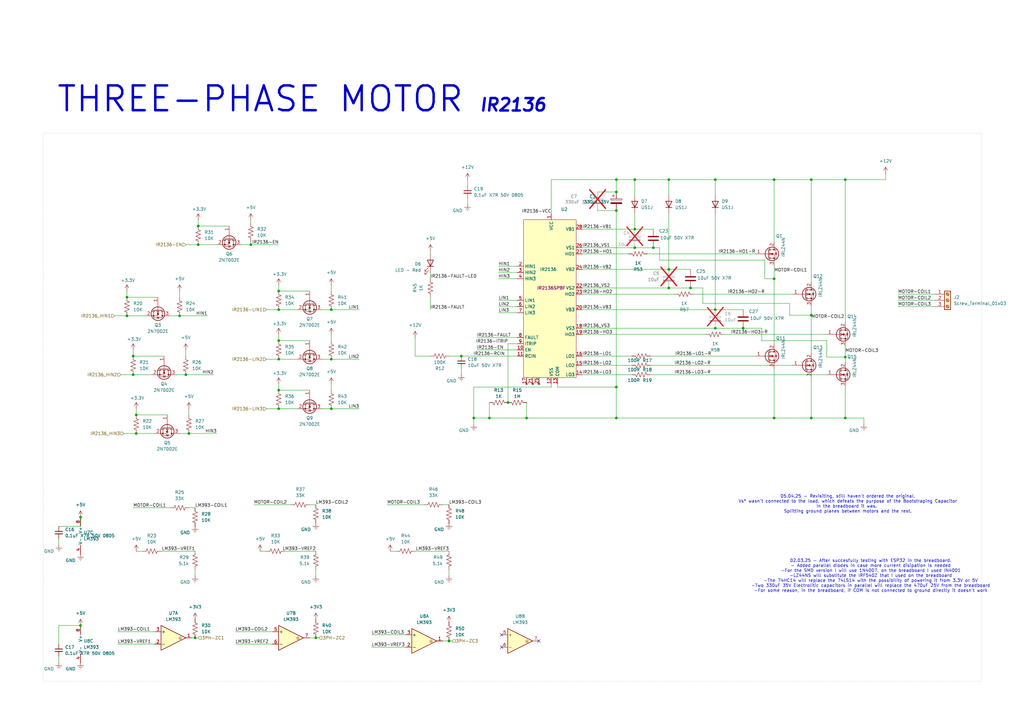
<source format=kicad_sch>
(kicad_sch (version 20231120) (generator "eeschema") (generator_version "8.0")
  (paper "A3")
  (junction (at 252.7993 73.66))
  (junction (at 33.02 212.09))
  (junction (at 52.07 129.54))
  (junction (at 102.87 100.33))
  (junction (at 332.74 171.45))
  (junction (at 346.71 146.4438))
  (junction (at 114.3 167.64))
  (junction (at 208.3493 165.1))
  (junction (at 267.97 101.6))
  (junction (at 293.37 73.66))
  (junction (at 317.5 73.66))
  (junction (at 80.01 261.62))
  (junction (at 260.35 93.98))
  (junction (at 283.21 118.11))
  (junction (at 252.7993 171.45))
  (junction (at 346.71 73.66))
  (junction (at 52.07 121.92))
  (junction (at 77.47 177.8))
  (junction (at 114.3 139.7))
  (junction (at 260.35 73.66))
  (junction (at 135.89 127))
  (junction (at 304.8 134.62))
  (junction (at 114.3 160.02))
  (junction (at 73.66 129.54))
  (junction (at 114.3 119.38))
  (junction (at 81.28 92.71))
  (junction (at 252.7993 158.75))
  (junction (at 274.32 73.66))
  (junction (at 189.23 146.05))
  (junction (at 274.32 118.11))
  (junction (at 33.02 256.54))
  (junction (at 317.5 114.3257))
  (junction (at 55.88 177.8))
  (junction (at 129.54 261.62))
  (junction (at 252.7993 78.74))
  (junction (at 346.71 171.45))
  (junction (at 54.61 146.05))
  (junction (at 215.9693 171.45))
  (junction (at 332.74 129.2569))
  (junction (at 54.61 153.67))
  (junction (at 252.7993 86.36))
  (junction (at 76.2 153.67))
  (junction (at 194.31 171.45))
  (junction (at 293.37 134.62))
  (junction (at 55.88 170.18))
  (junction (at 81.28 100.33))
  (junction (at 293.37 127))
  (junction (at 332.74 73.66))
  (junction (at 274.32 110.49))
  (junction (at 114.3 147.32))
  (junction (at 200.7293 171.45))
  (junction (at 114.3 127))
  (junction (at 184.15 262.89))
  (junction (at 260.35 101.6))
  (junction (at 317.5 171.45))
  (junction (at 135.89 147.32))
  (junction (at 135.89 167.64))
  (no_connect (at 205.74 260.35))
  (no_connect (at 205.74 265.43))
  (no_connect (at 220.98 262.89))
  (wire (pts (xy 293.37 127) (xy 304.8 127)))
  (wire (pts (xy 114.3 147.32) (xy 121.92 147.32)))
  (wire (pts (xy 252.7993 78.74) (xy 252.7993 73.66)))
  (wire (pts (xy 238.8293 127) (xy 293.37 127)))
  (wire (pts (xy 81.28 92.71) (xy 93.98 92.71)))
  (wire (pts (xy 76.2 153.67) (xy 87.63 153.67)))
  (wire (pts (xy 102.87 90.17) (xy 102.87 91.44)))
  (wire (pts (xy 297.18 137.16) (xy 339.09 137.16)))
  (wire (pts (xy 181.61 207.01) (xy 184.15 207.01)))
  (wire (pts (xy 170.2493 138.43) (xy 170.2493 146.05)))
  (wire (pts (xy 132.08 127) (xy 135.89 127)))
  (wire (pts (xy 346.71 73.66) (xy 363.22 73.66)))
  (wire (pts (xy 238.8293 104.14) (xy 257.8793 104.14)))
  (wire (pts (xy 252.7993 86.36) (xy 252.7993 158.75)))
  (wire (pts (xy 109.22 127) (xy 114.3 127)))
  (wire (pts (xy 266.7693 153.67) (xy 339.09 153.67)))
  (wire (pts (xy 50.8 177.8) (xy 55.88 177.8)))
  (wire (pts (xy 204.47 114.3) (xy 212.1593 114.3)))
  (wire (pts (xy 238.8293 134.62) (xy 293.37 134.62)))
  (wire (pts (xy 238.8293 101.6) (xy 260.35 101.6)))
  (wire (pts (xy 339.09 139.7) (xy 339.09 146.4438)))
  (wire (pts (xy 135.89 157.48) (xy 135.89 160.02)))
  (wire (pts (xy 114.3 157.48) (xy 114.3 160.02)))
  (wire (pts (xy 194.31 171.45) (xy 200.7293 171.45)))
  (wire (pts (xy 73.66 129.54) (xy 85.09 129.54)))
  (wire (pts (xy 109.22 167.64) (xy 114.3 167.64)))
  (wire (pts (xy 24.13 220.98) (xy 24.13 223.52)))
  (wire (pts (xy 129.54 233.68) (xy 129.54 236.22)))
  (wire (pts (xy 104.14 207.01) (xy 119.38 207.01)))
  (wire (pts (xy 73.66 177.8) (xy 77.47 177.8)))
  (wire (pts (xy 323.85 129.2569) (xy 332.74 129.2569)))
  (wire (pts (xy 252.7993 158.75) (xy 252.7993 171.45)))
  (wire (pts (xy 208.3493 140.97) (xy 212.1593 140.97)))
  (wire (pts (xy 354.33 171.45) (xy 354.33 173.99)))
  (wire (pts (xy 69.85 129.54) (xy 73.66 129.54)))
  (wire (pts (xy 109.22 147.32) (xy 114.3 147.32)))
  (wire (pts (xy 176.53 121.92) (xy 176.53 127)))
  (wire (pts (xy 191.77 81.28) (xy 191.77 83.82)))
  (wire (pts (xy 114.3 137.16) (xy 114.3 139.7)))
  (wire (pts (xy 274.32 73.66) (xy 293.37 73.66)))
  (wire (pts (xy 114.3 119.38) (xy 127 119.38)))
  (wire (pts (xy 238.8293 149.86) (xy 259.1493 149.86)))
  (wire (pts (xy 72.39 153.67) (xy 76.2 153.67)))
  (wire (pts (xy 54.61 208.28) (xy 69.85 208.28)))
  (wire (pts (xy 127 207.01) (xy 129.54 207.01)))
  (wire (pts (xy 24.13 264.16) (xy 24.13 256.54)))
  (wire (pts (xy 195.58 138.43) (xy 212.1593 138.43)))
  (wire (pts (xy 332.74 129.2569) (xy 332.74 144.78)))
  (wire (pts (xy 76.2 143.51) (xy 76.2 146.05)))
  (wire (pts (xy 204.47 109.22) (xy 212.1593 109.22)))
  (wire (pts (xy 106.68 226.06) (xy 109.22 226.06)))
  (wire (pts (xy 317.5 171.45) (xy 332.74 171.45)))
  (wire (pts (xy 200.7293 171.45) (xy 215.9693 171.45)))
  (wire (pts (xy 176.53 111.76) (xy 176.53 114.3)))
  (wire (pts (xy 132.08 147.32) (xy 135.89 147.32)))
  (wire (pts (xy 114.3 167.64) (xy 121.92 167.64)))
  (wire (pts (xy 317.5 114.3257) (xy 317.5 140.97)))
  (wire (pts (xy 368.3 123.19) (xy 383.54 123.19)))
  (wire (pts (xy 363.22 71.12) (xy 363.22 73.66)))
  (wire (pts (xy 204.47 128.27) (xy 212.1593 128.27)))
  (wire (pts (xy 114.3 139.7) (xy 127 139.7)))
  (wire (pts (xy 215.9693 171.45) (xy 252.7993 171.45)))
  (wire (pts (xy 33.02 215.9) (xy 33.02 212.09)))
  (wire (pts (xy 283.21 118.11) (xy 288.29 118.11)))
  (wire (pts (xy 245.11 86.36) (xy 252.7993 86.36)))
  (wire (pts (xy 204.47 111.76) (xy 212.1593 111.76)))
  (wire (pts (xy 252.7993 158.75) (xy 228.6693 158.75)))
  (wire (pts (xy 238.8293 153.67) (xy 259.1493 153.67)))
  (wire (pts (xy 228.6693 157.48) (xy 228.6693 158.75)))
  (wire (pts (xy 152.4 265.43) (xy 166.37 265.43)))
  (wire (pts (xy 77.47 208.28) (xy 80.01 208.28)))
  (wire (pts (xy 346.71 146.4438) (xy 346.71 148.59)))
  (wire (pts (xy 52.07 129.54) (xy 59.69 129.54)))
  (wire (pts (xy 114.3 116.84) (xy 114.3 119.38)))
  (wire (pts (xy 73.66 119.38) (xy 73.66 121.92)))
  (wire (pts (xy 266.7693 146.05) (xy 309.88 146.05)))
  (wire (pts (xy 76.2 100.33) (xy 81.28 100.33)))
  (wire (pts (xy 293.37 134.62) (xy 304.8 134.62)))
  (wire (pts (xy 191.77 73.66) (xy 191.77 76.2)))
  (wire (pts (xy 252.7993 73.66) (xy 260.35 73.66)))
  (wire (pts (xy 312.42 139.7) (xy 339.09 139.7)))
  (wire (pts (xy 96.52 264.16) (xy 111.76 264.16)))
  (wire (pts (xy 135.89 137.16) (xy 135.89 139.7)))
  (wire (pts (xy 339.09 146.4438) (xy 346.71 146.4438)))
  (wire (pts (xy 332.74 171.45) (xy 346.71 171.45)))
  (wire (pts (xy 317.5 151.13) (xy 317.5 171.45)))
  (wire (pts (xy 204.47 123.19) (xy 212.1593 123.19)))
  (wire (pts (xy 226.1293 73.66) (xy 252.7993 73.66)))
  (wire (pts (xy 304.8 134.62) (xy 312.42 134.62)))
  (wire (pts (xy 204.47 125.73) (xy 212.1593 125.73)))
  (wire (pts (xy 200.7293 165.1) (xy 200.7293 171.45)))
  (wire (pts (xy 270.51 101.6) (xy 270.51 106.68)))
  (wire (pts (xy 238.8293 93.98) (xy 260.35 93.98)))
  (wire (pts (xy 226.1293 73.66) (xy 226.1293 87.63)))
  (wire (pts (xy 252.7993 171.45) (xy 317.5 171.45)))
  (wire (pts (xy 102.87 99.06) (xy 102.87 100.33)))
  (wire (pts (xy 274.32 73.66) (xy 274.32 80.01)))
  (wire (pts (xy 317.5 73.66) (xy 332.74 73.66)))
  (wire (pts (xy 189.23 146.05) (xy 212.1593 146.05)))
  (wire (pts (xy 346.71 171.45) (xy 354.33 171.45)))
  (wire (pts (xy 293.37 87.63) (xy 293.37 127)))
  (wire (pts (xy 368.3 120.65) (xy 383.54 120.65)))
  (wire (pts (xy 77.47 167.64) (xy 77.47 170.18)))
  (wire (pts (xy 288.29 118.11) (xy 288.29 124.46)))
  (wire (pts (xy 293.37 73.66) (xy 293.37 80.01)))
  (wire (pts (xy 332.74 125.73) (xy 332.74 129.2569)))
  (wire (pts (xy 55.88 177.8) (xy 63.5 177.8)))
  (wire (pts (xy 260.35 80.01) (xy 260.35 73.66)))
  (wire (pts (xy 260.35 87.63) (xy 260.35 93.98)))
  (wire (pts (xy 54.61 143.51) (xy 54.61 146.05)))
  (wire (pts (xy 267.97 101.6) (xy 270.51 101.6)))
  (wire (pts (xy 189.23 151.13) (xy 189.23 153.67)))
  (wire (pts (xy 238.8293 146.05) (xy 259.1493 146.05)))
  (wire (pts (xy 24.13 269.24) (xy 24.13 271.78)))
  (wire (pts (xy 226.1293 157.48) (xy 226.1293 158.75)))
  (wire (pts (xy 323.85 124.46) (xy 323.85 129.2569)))
  (wire (pts (xy 270.51 106.68) (xy 313.69 106.68)))
  (wire (pts (xy 184.15 233.68) (xy 184.15 236.22)))
  (wire (pts (xy 81.28 100.33) (xy 88.9 100.33)))
  (wire (pts (xy 284.48 120.65) (xy 325.12 120.65)))
  (wire (pts (xy 170.2493 146.05) (xy 176.5993 146.05)))
  (wire (pts (xy 176.53 102.87) (xy 176.53 104.14)))
  (wire (pts (xy 55.88 170.18) (xy 68.58 170.18)))
  (wire (pts (xy 52.07 121.92) (xy 64.77 121.92)))
  (wire (pts (xy 135.89 127) (xy 147.32 127)))
  (wire (pts (xy 54.61 146.05) (xy 67.31 146.05)))
  (wire (pts (xy 274.32 118.11) (xy 283.21 118.11)))
  (wire (pts (xy 194.31 158.75) (xy 226.1293 158.75)))
  (wire (pts (xy 332.74 154.94) (xy 332.74 171.45)))
  (wire (pts (xy 55.88 226.06) (xy 58.42 226.06)))
  (wire (pts (xy 238.8293 118.11) (xy 274.32 118.11)))
  (wire (pts (xy 46.99 129.54) (xy 52.07 129.54)))
  (wire (pts (xy 317.5 99.06) (xy 317.5 73.66)))
  (wire (pts (xy 49.53 153.67) (xy 54.61 153.67)))
  (wire (pts (xy 81.28 90.17) (xy 81.28 92.71)))
  (wire (pts (xy 194.31 171.45) (xy 194.31 173.99)))
  (wire (pts (xy 238.8293 137.16) (xy 289.56 137.16)))
  (wire (pts (xy 238.8293 120.65) (xy 276.86 120.65)))
  (wire (pts (xy 293.37 73.66) (xy 317.5 73.66)))
  (wire (pts (xy 158.75 207.01) (xy 173.99 207.01)))
  (wire (pts (xy 266.7693 149.86) (xy 325.12 149.86)))
  (wire (pts (xy 288.29 124.46) (xy 323.85 124.46)))
  (wire (pts (xy 184.2193 146.05) (xy 189.23 146.05)))
  (wire (pts (xy 208.3493 165.1) (xy 208.3493 140.97)))
  (wire (pts (xy 114.3 160.02) (xy 127 160.02)))
  (wire (pts (xy 52.07 119.38) (xy 52.07 121.92)))
  (wire (pts (xy 215.9693 165.1) (xy 215.9693 171.45)))
  (wire (pts (xy 116.84 226.06) (xy 129.54 226.06)))
  (wire (pts (xy 48.26 264.16) (xy 63.5 264.16)))
  (wire (pts (xy 114.3 127) (xy 121.92 127)))
  (wire (pts (xy 346.71 158.75) (xy 346.71 171.45)))
  (wire (pts (xy 55.88 167.64) (xy 55.88 170.18)))
  (wire (pts (xy 132.08 167.64) (xy 135.89 167.64)))
  (wire (pts (xy 99.06 100.33) (xy 102.87 100.33)))
  (wire (pts (xy 80.01 261.62) (xy 81.28 261.62)))
  (wire (pts (xy 313.69 106.68) (xy 313.69 114.3257)))
  (wire (pts (xy 48.26 259.08) (xy 63.5 259.08)))
  (wire (pts (xy 135.89 167.64) (xy 147.32 167.64)))
  (wire (pts (xy 313.69 114.3257) (xy 317.5 114.3257)))
  (wire (pts (xy 312.42 134.62) (xy 312.42 139.7)))
  (wire (pts (xy 24.13 256.54) (xy 33.02 256.54)))
  (wire (pts (xy 317.5 109.22) (xy 317.5 114.3257)))
  (wire (pts (xy 184.15 262.89) (xy 185.42 262.89)))
  (wire (pts (xy 54.61 153.67) (xy 62.23 153.67)))
  (wire (pts (xy 77.47 177.8) (xy 88.9 177.8)))
  (wire (pts (xy 80.01 233.68) (xy 80.01 236.22)))
  (wire (pts (xy 129.54 261.62) (xy 130.81 261.62)))
  (wire (pts (xy 332.74 73.66) (xy 346.71 73.66)))
  (wire (pts (xy 195.58 143.51) (xy 212.1593 143.51)))
  (wire (pts (xy 245.11 78.74) (xy 252.7993 78.74)))
  (wire (pts (xy 260.35 93.98) (xy 267.97 93.98)))
  (wire (pts (xy 66.04 226.06) (xy 80.01 226.06)))
  (wire (pts (xy 135.89 147.32) (xy 147.32 147.32)))
  (wire (pts (xy 96.52 259.08) (xy 111.76 259.08)))
  (wire (pts (xy 127 261.62) (xy 129.54 261.62)))
  (wire (pts (xy 332.74 115.57) (xy 332.74 73.66)))
  (wire (pts (xy 181.61 262.89) (xy 184.15 262.89)))
  (wire (pts (xy 78.74 261.62) (xy 80.01 261.62)))
  (wire (pts (xy 346.71 73.66) (xy 346.71 132.08)))
  (wire (pts (xy 24.13 215.9) (xy 33.02 215.9)))
  (wire (pts (xy 170.18 226.06) (xy 184.15 226.06)))
  (wire (pts (xy 368.3 125.73) (xy 383.54 125.73)))
  (wire (pts (xy 194.31 158.75) (xy 194.31 171.45)))
  (wire (pts (xy 346.71 142.24) (xy 346.71 146.4438)))
  (wire (pts (xy 160.02 226.06) (xy 162.56 226.06)))
  (wire (pts (xy 152.4 260.35) (xy 166.37 260.35)))
  (wire (pts (xy 135.89 116.84) (xy 135.89 119.38)))
  (wire (pts (xy 260.35 101.6) (xy 267.97 101.6)))
  (wire (pts (xy 238.8293 110.49) (xy 274.32 110.49)))
  (wire (pts (xy 102.87 100.33) (xy 114.3 100.33)))
  (wire (pts (xy 274.32 87.63) (xy 274.32 110.49)))
  (wire (pts (xy 260.35 73.66) (xy 274.32 73.66)))
  (wire (pts (xy 265.4993 104.14) (xy 309.88 104.14)))
  (wire (pts (xy 274.32 110.49) (xy 283.21 110.49)))
  (rectangle (start 17.78 54.61) (end 402.59 279.4) (stroke (width 0.0762) (type dot)))
  (text "THREE-PHASE MOTOR" (at 22.86 46.736 0) (effects (font (size 10.16 10.16) (thickness 1.016) (bold yes)) (justify left bottom)))
  (text "02.03.25 - After succesfully testing with ESP32 in the breadboard.\n- Added parallel diodes in case more current disipation is needed\n-For the SMD version I will use 1N4007, on the breadboard I used IN4001\n-LZ44NS will substitute the IRF540Z that I used on the breadboard\n-The 74HC14 will replace the 74LS14 with the possibility of powering it from 3.3V or 5V\n-Two 330uF 35V Electrolitic capacitors in parallel will replace the 470uF 25V from the breadboard\n-For some reason, in the breadboard, if COM is not connected to ground directly it doesn't work" (at 357.124 236.22 0) (effects (font (size 1.27 1.27))))
  (text "05.04.25 - Revisiting, still haven't ordered the original.\nVs* wasn't connected to the load, which defeats the purpose of the Bootstraping Capacitor\nIn the breadboard it was. \nSplitting ground planes between motors and the rest." (at 347.726 206.756 0) (effects (font (size 1.27 1.27))))
  (text "IR2136" (at 196.342 46.228 0) (effects (font (size 5.08 5.08) (thickness 1.016) (bold yes) (italic yes)) (justify left bottom)))
  (label "IR2136_VS2" (at 238.8293 118.11 0))
  (label "IR2136-HO1-R" (at 294.64 104.14 0))
  (label "IR2136-EN" (at 114.3 100.33 180))
  (label "LM393-VREF2" (at 96.52 264.16 0))
  (label "LM393-COIL2" (at 129.54 207.01 0))
  (label "LM393-VREF2" (at 129.54 226.06 180))
  (label "IR2136-LO2-R" (at 276.611 149.86 0))
  (label "MOTOR-COIL1" (at 54.61 208.28 0))
  (label "IR2136-HO2" (at 238.8293 120.65 0))
  (label "IR2136-VCC" (at 226.1293 87.5998 180))
  (label "IR2136-FAULT" (at 195.58 138.43 0))
  (label "LM393-VREF1" (at 48.26 264.16 0))
  (label "LIN3" (at 204.47 128.27 0))
  (label "IR2136-FAULT-LED" (at 176.53 114.3 0))
  (label "IR2136-HO3" (at 238.8293 137.16 0))
  (label "IR2136-LO3-R" (at 276.611 153.67 0))
  (label "MOTOR-COIL2" (at 104.14 207.01 0))
  (label "LIN2" (at 204.47 125.73 0))
  (label "HIN3" (at 88.9 177.8 180))
  (label "IR2136-LO1-R" (at 276.865 146.05 0))
  (label "IR2136-LO1" (at 238.8293 146.05 0))
  (label "LM393-VREF3" (at 184.15 226.06 180))
  (label "IR2136_VS3" (at 238.8293 134.62 0))
  (label "LM393-COIL3" (at 184.15 207.01 0))
  (label "IR2136-ITRIP" (at 208.3493 140.97 180))
  (label "IR2136_VS1" (at 238.8293 101.6 0))
  (label "HIN3" (at 204.47 114.3 0))
  (label "MOTOR-COIL2" (at 332.74 130.81 0))
  (label "IR2136-HO2-R" (at 298.45 120.65 0))
  (label "HIN2" (at 204.47 111.76 0))
  (label "IR2136-FAULT" (at 176.53 127 0))
  (label "LIN3" (at 147.32 167.64 180))
  (label "IR2136-VB3" (at 238.8293 127 0))
  (label "LM393-COIL3" (at 152.4 260.35 0))
  (label "LM393-COIL1" (at 80.01 208.28 0))
  (label "IR2136-RCIN" (at 207.0793 146.05 180))
  (label "IR2136-HO3-R" (at 299.72 137.16 0))
  (label "IR2136-VB1" (at 238.8293 93.98 0))
  (label "HIN2" (at 87.63 153.67 180))
  (label "MOTOR-COIL2" (at 368.3 123.19 0))
  (label "IR2136-HO1" (at 238.8293 104.14 0))
  (label "LM393-VREF1" (at 80.01 226.06 180))
  (label "MOTOR-COIL3" (at 346.71 144.78 0))
  (label "LM393-VREF3" (at 152.4 265.43 0))
  (label "LIN1" (at 204.47 123.19 0))
  (label "LM393-COIL1" (at 48.26 259.08 0))
  (label "HIN1" (at 204.47 109.22 0))
  (label "IR2136-VB2" (at 238.8293 110.49 0))
  (label "IR2136-LO3" (at 238.8293 153.67 0))
  (label "LIN2" (at 147.32 147.32 180))
  (label "IR2136-LO2" (at 238.8293 149.86 0))
  (label "MOTOR-COIL1" (at 368.3 120.65 0))
  (label "IR2136-EN" (at 195.58 143.51 0))
  (label "LM393-COIL2" (at 96.52 259.08 0))
  (label "MOTOR-COIL3" (at 158.75 207.01 0))
  (label "LIN1" (at 147.32 127 180))
  (label "MOTOR-COIL3" (at 368.3 125.73 0))
  (label "MOTOR-COIL1" (at 317.5 111.76 0))
  (label "HIN1" (at 85.09 129.54 180))
  (hierarchical_label "IR2136-LIN1" (shape input) (at 109.22 127 180))
  (hierarchical_label "3PH-ZC2" (shape input) (at 130.81 261.62 0))
  (hierarchical_label "IR2136-LIN3" (shape input) (at 109.22 167.64 180))
  (hierarchical_label "IR2136_HIN1" (shape input) (at 46.99 129.54 180))
  (hierarchical_label "3PH-ZC1" (shape input) (at 81.28 261.62 0))
  (hierarchical_label "IR2136_HIN3" (shape input) (at 50.8 177.8 180))
  (hierarchical_label "IR2136-EN" (shape input) (at 76.2 100.33 180))
  (hierarchical_label "IR2136_HIN2" (shape input) (at 49.53 153.67 180))
  (hierarchical_label "IR2136-LIN2" (shape input) (at 109.22 147.32 180))
  (hierarchical_label "3PH-ZC3" (shape input) (at 185.42 262.89 0))
  (symbol (lib_id "Device:C_Polarized") (at 245.11 82.55 0) (unit 1) (dnp yes)
    (property "Reference" "C7" (at 234.0255 80.6081 0) (effects (justify left)))
    (property "Value" "330uF 35V" (at 231.648 82.804 0) (effects (justify left)))
    (property "Footprint" "Capacitor_SMD:CP_Elec_10x10.5" (effects (hide yes)))
    (property "Digi-Key_PN" "565-4786-1-ND" (effects (hide yes)))
    (property "Manufacturer_PN" "HHXC500ARA101MJA0G" (effects (hide yes)))
    (instances (project "ir2136" (path "" (reference "C7") (unit 1))) (project "Soundwalk" (path "" (reference "C20") (unit 1))) (project "crass-controller" (path "" (reference "C?") (unit 1))))
  )
  (symbol (lib_id "Device:R_US") (at 262.9593 146.05 270) (mirror x) (unit 1)
    (property "Reference" "R17" (at 265.4993 147.828 90))
    (property "Value" "100R" (at 259.9113 147.828 90))
    (property "Footprint" "Resistor_SMD:R_1206_3216Metric_Pad1.30x1.75mm_HandSolder" (effects (hide yes)))
    (property "Description" "Resistor, US symbol" (effects (hide yes)))
    (instances (project "ir2136" (path "" (reference "R17") (unit 1))) (project "Soundwalk" (path "" (reference "R54") (unit 1))) (project "digitalOpticalPrinter" (path "" (reference "R136") (unit 1))) (project "crass-controller" (path "" (reference "R?") (unit 1))))
  )
  (symbol (lib_id "power:+12V") (at 191.77 73.66 0) (unit 1)
    (property "Reference" "#PWR084" (effects (hide yes)))
    (property "Value" "+12V" (at 191.77 68.58 0))
    (property "Description" "Power symbol creates a global label with name \"+12V\"" (effects (hide yes)))
  )
  (symbol (lib_id "Device:R_US") (at 54.61 149.86 180) (unit 1)
    (property "Reference" "R21" (at 57.15 148.5899 0) (effects (justify right)))
    (property "Value" "10K" (at 57.15 151.1299 0) (effects (justify right)))
    (property "Footprint" "Resistor_SMD:R_0603_1608Metric_Pad0.98x0.95mm_HandSolder" (effects (hide yes)))
    (property "Description" "Resistor, US symbol" (effects (hide yes)))
  )
  (symbol (lib_id "Device:R_US") (at 114.3 163.83 180) (unit 1)
    (property "Reference" "R36" (at 116.84 162.5599 0) (effects (justify right)))
    (property "Value" "10K" (at 116.84 165.0999 0) (effects (justify right)))
    (property "Footprint" "Resistor_SMD:R_0603_1608Metric_Pad0.98x0.95mm_HandSolder" (effects (hide yes)))
    (property "Description" "Resistor, US symbol" (effects (hide yes)))
  )
  (symbol (lib_id "menelaos-v2-rescue:+3.3V-power") (at 55.88 167.64 0) (unit 1)
    (property "Reference" "#PWR057" (effects (hide yes)))
    (property "Value" "+3.3V" (at 56.261 163.2458 0))
  )
  (symbol (lib_id "Device:R_US") (at 212.1593 165.1 270) (mirror x) (unit 1)
    (property "Reference" "R15" (at 212.1593 160.02 90))
    (property "Value" "1M" (at 212.1593 162.56 90))
    (property "Footprint" "Resistor_SMD:R_1206_3216Metric_Pad1.30x1.75mm_HandSolder" (effects (hide yes)))
    (property "Description" "Resistor, US symbol" (effects (hide yes)))
    (instances (project "ir2136" (path "" (reference "R15") (unit 1))) (project "Soundwalk" (path "" (reference "R52") (unit 1))) (project "digitalOpticalPrinter" (path "" (reference "R141") (unit 1))) (project "crass-controller" (path "" (reference "R?") (unit 1))))
  )
  (symbol (lib_id "Transistor_FET:IRLZ44N") (at 330.2 149.86 0) (unit 1)
    (property "Reference" "Q13" (at 333.502 142.494 0) (effects (justify left)))
    (property "Value" "IRLZ44N" (at 336.55 151.1299 90) (effects (justify left)))
    (property "Footprint" "Package_TO_SOT_SMD:TO-263-2" (effects (hide yes)))
    (property "Datasheet" "http://www.irf.com/product-info/datasheets/data/irlz44n.pdf" (effects (hide yes)))
    (property "Description" "47A Id, 55V Vds, 22mOhm Rds Single N-Channel HEXFET Power MOSFET, TO-220AB" (effects (hide yes)))
    (property "Digikey_PN" "IRLZ44NSTRLPBFTR-ND" (effects (hide yes)))
    (property "MPN" "IRLZ44NSTRLPBF" (effects (hide yes)))
  )
  (symbol (lib_id "Device:R_US") (at 135.89 123.19 0) (unit 1)
    (property "Reference" "R41" (at 138.43 121.9199 0) (effects (justify left)))
    (property "Value" "10K" (at 138.43 124.4599 0) (effects (justify left)))
    (property "Footprint" "Resistor_SMD:R_0603_1608Metric_Pad0.98x0.95mm_HandSolder" (effects (hide yes)))
    (property "Description" "Resistor, US symbol" (effects (hide yes)))
  )
  (symbol (lib_id "Transistor_FET:2N7002E") (at 68.58 175.26 270) (unit 1)
    (property "Reference" "Q5" (at 68.58 181.61 90))
    (property "Value" "2N7002E" (at 68.58 184.15 90))
    (property "Footprint" "Package_TO_SOT_SMD:SOT-23" (effects (hide yes)))
    (property "Datasheet" "http://www.diodes.com/assets/Datasheets/ds30376.pdf" (effects (hide yes)))
    (property "Description" "0.24A Id, 60V Vds, N-Channel MOSFET, SOT-23" (effects (hide yes)))
  )
  (symbol (lib_id "Device:R_US") (at 73.66 208.28 90) (unit 1)
    (property "Reference" "R25" (at 73.66 201.93 90))
    (property "Value" "33K" (at 73.66 204.47 90))
    (property "Footprint" "Resistor_SMD:R_1206_3216Metric_Pad1.30x1.75mm_HandSolder" (effects (hide yes)))
    (property "Description" "Resistor, US symbol" (effects (hide yes)))
    (property "Digikey_PN" "RMCF1206FT33K2TR-ND" (effects (hide yes)))
    (property "MPN" "RMCF1206FT33K2" (effects (hide yes)))
  )
  (symbol (lib_id "power:Earth") (at 354.33 173.99 0) (unit 1)
    (property "Reference" "#PWR087" (effects (hide yes)))
    (property "Value" "GND" (at 350.266 176.53 0))
    (property "Description" "Power symbol creates a global label with name \"Earth\"" (effects (hide yes)))
  )
  (symbol (lib_id "power:+5V") (at 135.89 116.84 0) (unit 1)
    (property "Reference" "#PWR074" (effects (hide yes)))
    (property "Value" "+5V" (at 135.89 111.76 0))
    (property "Description" "Power symbol creates a global label with name \"+5V\"" (effects (hide yes)))
  )
  (symbol (lib_id "menelaos-v2-rescue:+3.3V-power") (at 114.3 157.48 0) (unit 1)
    (property "Reference" "#PWR070" (effects (hide yes)))
    (property "Value" "+3.3V" (at 114.681 153.0858 0))
  )
  (symbol (lib_id "power:+5V") (at 77.47 167.64 0) (unit 1)
    (property "Reference" "#PWR061" (effects (hide yes)))
    (property "Value" "+5V" (at 77.47 162.56 0))
    (property "Description" "Power symbol creates a global label with name \"+5V\"" (effects (hide yes)))
  )
  (symbol (lib_id "Device:R_US") (at 184.15 259.08 0) (unit 1)
    (property "Reference" "R50" (at 186.69 257.8099 0) (effects (justify left)))
    (property "Value" "10K" (at 186.69 260.3499 0) (effects (justify left)))
    (property "Footprint" "Resistor_SMD:R_0603_1608Metric_Pad0.98x0.95mm_HandSolder" (effects (hide yes)))
    (property "Description" "Resistor, US symbol" (effects (hide yes)))
  )
  (symbol (lib_id "power:Earth") (at 184.15 214.63 0) (unit 1)
    (property "Reference" "#PWR080" (effects (hide yes)))
    (property "Value" "GND" (at 180.086 217.17 0))
    (property "Description" "Power symbol creates a global label with name \"Earth\"" (effects (hide yes)))
  )
  (symbol (lib_id "Device:R_US") (at 80.01 229.87 0) (mirror y) (unit 1)
    (property "Reference" "R29" (at 77.47 228.6 0) (effects (justify left)))
    (property "Value" "5.1k" (at 77.47 231.14 0) (effects (justify left)))
    (property "Footprint" "Resistor_SMD:R_0603_1608Metric" (effects (hide yes)))
    (property "MPN" "RC0603FR-075K1L" (effects (hide yes)))
    (property "MF" "YAGEO" (effects (hide yes)))
    (property "LCSC" "C105580" (effects (hide yes)))
  )
  (symbol (lib_id "Transistor_FET:IRLZ44N") (at 344.17 153.67 0) (unit 1)
    (property "Reference" "Q15" (at 347.472 146.304 0) (effects (justify left)))
    (property "Value" "IRLZ44N" (at 350.52 154.9399 90) (effects (justify left)))
    (property "Footprint" "Package_TO_SOT_SMD:TO-263-2" (effects (hide yes)))
    (property "Datasheet" "http://www.irf.com/product-info/datasheets/data/irlz44n.pdf" (effects (hide yes)))
    (property "Description" "47A Id, 55V Vds, 22mOhm Rds Single N-Channel HEXFET Power MOSFET, TO-220AB" (effects (hide yes)))
    (property "Digikey_PN" "IRLZ44NSTRLPBFTR-ND" (effects (hide yes)))
    (property "MPN" "IRLZ44NSTRLPBF" (effects (hide yes)))
  )
  (symbol (lib_id "power:Earth") (at 33.02 227.33 0) (unit 1)
    (property "Reference" "#PWR052" (effects (hide yes)))
    (property "Value" "GND" (at 28.956 229.87 0))
    (property "Description" "Power symbol creates a global label with name \"Earth\"" (effects (hide yes)))
  )
  (symbol (lib_id "Device:R_US") (at 77.47 173.99 0) (unit 1)
    (property "Reference" "R27" (at 80.01 172.7199 0) (effects (justify left)))
    (property "Value" "10K" (at 80.01 175.2599 0) (effects (justify left)))
    (property "Footprint" "Resistor_SMD:R_0603_1608Metric_Pad0.98x0.95mm_HandSolder" (effects (hide yes)))
    (property "Description" "Resistor, US symbol" (effects (hide yes)))
  )
  (symbol (lib_id "power:+5V") (at 106.68 226.06 0) (unit 1)
    (property "Reference" "#PWR067" (effects (hide yes)))
    (property "Value" "+5V" (at 106.68 220.98 0))
    (property "Description" "Power symbol creates a global label with name \"+5V\"" (effects (hide yes)))
  )
  (symbol (lib_id "menelaos-v2-rescue:+3.3V-power") (at 54.61 143.51 0) (unit 1)
    (property "Reference" "#PWR056" (effects (hide yes)))
    (property "Value" "+3.3V" (at 54.991 139.1158 0))
  )
  (symbol (lib_id "Comparator:LM393") (at 35.56 219.71 0) (unit 3)
    (property "Reference" "U7" (at 34.29 218.4399 0) (effects (justify left)))
    (property "Value" "LM393" (at 34.29 220.9799 0) (effects (justify left)))
    (property "Footprint" "Package_SO:SOP-8_3.9x4.9mm_P1.27mm" (effects (hide yes)))
    (property "Datasheet" "http://www.ti.com/lit/ds/symlink/lm393.pdf" (effects (hide yes)))
    (property "Description" "Low-Power, Low-Offset Voltage, Dual Comparators, DIP-8/SOIC-8/TO-99-8" (effects (hide yes)))
    (property "MPN" "LM393D" (effects (hide yes)))
    (property "Digikey_Pn" "497-18379-ND" (effects (hide yes)))
  )
  (symbol (lib_id "Device:C_Polarized") (at 260.35 97.79 0) (mirror y) (unit 1) (dnp yes)
    (property "Reference" "C4" (at 258.318 95.504 0) (effects (justify left)))
    (property "Value" "10uF" (at 258.318 100.33 0) (effects (justify left)))
    (property "Footprint" "Capacitor_SMD:CP_Elec_5x5.7" (effects (hide yes)))
    (property "Description" "Polarized capacitor" (effects (hide yes)))
    (instances (project "ir2136" (path "" (reference "C4") (unit 1))) (project "" (path "" (reference "C22") (unit 1))) (project "" (path "" (reference "C107") (unit 1))) (project "crass-controller" (path "" (reference "C?") (unit 1))))
  )
  (symbol (lib_id "menelaos-v2-rescue:+3.3V-power") (at 52.07 119.38 0) (unit 1)
    (property "Reference" "#PWR055" (effects (hide yes)))
    (property "Value" "+3.3V" (at 52.451 114.9858 0))
  )
  (symbol (lib_id "power:Earth") (at 24.13 223.52 0) (unit 1)
    (property "Reference" "#PWR049" (effects (hide yes)))
    (property "Value" "GND" (at 20.066 226.06 0))
    (property "Description" "Power symbol creates a global label with name \"Earth\"" (effects (hide yes)))
  )
  (symbol (lib_id "Device:R_US") (at 62.23 226.06 270) (unit 1)
    (property "Reference" "R23" (at 62.23 219.71 90))
    (property "Value" "10K" (at 62.23 222.25 90))
    (property "Footprint" "Resistor_SMD:R_0603_1608Metric_Pad0.98x0.95mm_HandSolder" (effects (hide yes)))
    (property "Description" "Resistor, US symbol" (effects (hide yes)))
  )
  (symbol (lib_id "power:+12V") (at 170.2493 138.43 0) (unit 1)
    (property "Reference" "#PWR078" (effects (hide yes)))
    (property "Value" "+12V" (at 170.2493 133.35 0))
    (property "Description" "Power symbol creates a global label with name \"+12V\"" (effects (hide yes)))
  )
  (symbol (lib_id "Transistor_FET:IRLZ44N") (at 330.2 120.65 0) (unit 1)
    (property "Reference" "Q12" (at 333.502 113.284 0) (effects (justify left)))
    (property "Value" "IRLZ44N" (at 336.55 121.9199 90) (effects (justify left)))
    (property "Footprint" "Package_TO_SOT_SMD:TO-263-2" (effects (hide yes)))
    (property "Datasheet" "http://www.irf.com/product-info/datasheets/data/irlz44n.pdf" (effects (hide yes)))
    (property "Description" "47A Id, 55V Vds, 22mOhm Rds Single N-Channel HEXFET Power MOSFET, TO-220AB" (effects (hide yes)))
    (property "Digikey_PN" "IRLZ44NSTRLPBFTR-ND" (effects (hide yes)))
    (property "MPN" "IRLZ44NSTRLPBF" (effects (hide yes)))
  )
  (symbol (lib_id "power:+3V3") (at 184.15 255.27 0) (unit 1)
    (property "Reference" "#PWR082" (effects (hide yes)))
    (property "Value" "+3V3" (at 184.15 250.19 0))
    (property "Description" "Power symbol creates a global label with name \"+3V3\"" (effects (hide yes)))
  )
  (symbol (lib_id "Device:R_US") (at 81.28 96.52 180) (unit 1)
    (property "Reference" "R31" (at 83.82 95.2499 0) (effects (justify right)))
    (property "Value" "10K" (at 83.82 97.7899 0) (effects (justify right)))
    (property "Footprint" "Resistor_SMD:R_0603_1608Metric_Pad0.98x0.95mm_HandSolder" (effects (hide yes)))
    (property "Description" "Resistor, US symbol" (effects (hide yes)))
  )
  (symbol (lib_id "power:Earth") (at 129.54 236.22 0) (unit 1)
    (property "Reference" "#PWR072" (effects (hide yes)))
    (property "Value" "GND" (at 125.476 238.76 0))
    (property "Description" "Power symbol creates a global label with name \"Earth\"" (effects (hide yes)))
  )
  (symbol (lib_id "Device:R_US") (at 184.15 229.87 0) (mirror y) (unit 1)
    (property "Reference" "R49" (at 181.61 228.6 0) (effects (justify left)))
    (property "Value" "5.1k" (at 181.61 231.14 0) (effects (justify left)))
    (property "Footprint" "Resistor_SMD:R_0603_1608Metric" (effects (hide yes)))
    (property "MPN" "RC0603FR-075K1L" (effects (hide yes)))
    (property "MF" "YAGEO" (effects (hide yes)))
    (property "LCSC" "C105580" (effects (hide yes)))
  )
  (symbol (lib_id "Device:C_Polarized") (at 252.7993 82.55 0) (unit 1)
    (property "Reference" "C3" (at 241.7148 80.6081 0) (effects (justify left)))
    (property "Value" "330uF 35V" (at 239.3373 82.804 0) (effects (justify left)))
    (property "Footprint" "Capacitor_SMD:CP_Elec_10x10.5" (effects (hide yes)))
    (property "Digi-Key_PN" "565-4786-1-ND" (effects (hide yes)))
    (property "Manufacturer_PN" "HHXC500ARA101MJA0G" (effects (hide yes)))
    (instances (project "ir2136" (path "" (reference "C3") (unit 1))) (project "Soundwalk" (path "" (reference "C21") (unit 1))) (project "" (path "" (reference "C503") (unit 1))) (project "crass-controller" (path "" (reference "C?") (unit 1))))
  )
  (symbol (lib_id "Comparator:LM393") (at 71.12 261.62 0) (unit 1)
    (property "Reference" "U7" (at 71.12 251.46 0))
    (property "Value" "LM393" (at 71.12 254 0))
    (property "Footprint" "Package_SO:SOP-8_3.9x4.9mm_P1.27mm" (effects (hide yes)))
    (property "Datasheet" "http://www.ti.com/lit/ds/symlink/lm393.pdf" (effects (hide yes)))
    (property "Description" "Low-Power, Low-Offset Voltage, Dual Comparators, DIP-8/SOIC-8/TO-99-8" (effects (hide yes)))
    (property "MPN" "LM393D" (effects (hide yes)))
    (property "Digikey_Pn" "497-18379-ND" (effects (hide yes)))
  )
  (symbol (lib_id "menelaos-v2-rescue:+3.3V-power") (at 114.3 137.16 0) (unit 1)
    (property "Reference" "#PWR069" (effects (hide yes)))
    (property "Value" "+3.3V" (at 114.681 132.7658 0))
  )
  (symbol (lib_id "power:+5V") (at 73.66 119.38 0) (unit 1)
    (property "Reference" "#PWR059" (effects (hide yes)))
    (property "Value" "+5V" (at 73.66 114.3 0))
    (property "Description" "Power symbol creates a global label with name \"+5V\"" (effects (hide yes)))
  )
  (symbol (lib_id "Device:R_US") (at 262.9593 153.67 270) (mirror x) (unit 1)
    (property "Reference" "R19" (at 265.4993 155.956 90))
    (property "Value" "100R" (at 259.9113 155.956 90))
    (property "Footprint" "Resistor_SMD:R_1206_3216Metric_Pad1.30x1.75mm_HandSolder" (effects (hide yes)))
    (property "Description" "Resistor, US symbol" (effects (hide yes)))
    (instances (project "ir2136" (path "" (reference "R19") (unit 1))) (project "Soundwalk" (path "" (reference "R56") (unit 1))) (project "digitalOpticalPrinter" (path "" (reference "R138") (unit 1))) (project "crass-controller" (path "" (reference "R?") (unit 1))))
  )
  (symbol (lib_id "Device:R_US") (at 204.5393 165.1 270) (mirror x) (unit 1)
    (property "Reference" "R13" (at 204.5393 160.02 90))
    (property "Value" "1K" (at 204.5393 162.56 90))
    (property "Footprint" "Resistor_SMD:R_1206_3216Metric_Pad1.30x1.75mm_HandSolder" (effects (hide yes)))
    (property "Description" "Resistor, US symbol" (effects (hide yes)))
    (instances (project "ir2136" (path "" (reference "R13") (unit 1))) (project "Soundwalk" (path "" (reference "R51") (unit 1))) (project "digitalOpticalPrinter" (path "" (reference "R140") (unit 1))) (project "crass-controller" (path "" (reference "R?") (unit 1))))
  )
  (symbol (lib_id "Transistor_FET:2N7002E") (at 64.77 127 270) (unit 1)
    (property "Reference" "Q3" (at 64.77 133.35 90))
    (property "Value" "2N7002E" (at 64.77 135.89 90))
    (property "Footprint" "Package_TO_SOT_SMD:SOT-23" (effects (hide yes)))
    (property "Datasheet" "http://www.diodes.com/assets/Datasheets/ds30376.pdf" (effects (hide yes)))
    (property "Description" "0.24A Id, 60V Vds, N-Channel MOSFET, SOT-23" (effects (hide yes)))
  )
  (symbol (lib_id "power:Earth") (at 24.13 271.78 0) (unit 1)
    (property "Reference" "#PWR050" (effects (hide yes)))
    (property "Value" "GND" (at 20.066 274.32 0))
    (property "Description" "Power symbol creates a global label with name \"Earth\"" (effects (hide yes)))
  )
  (symbol (lib_id "Diode:US1J") (at 274.32 83.82 90) (unit 1)
    (property "Reference" "D8" (at 276.86 82.5499 90) (effects (justify right)))
    (property "Value" "US1J" (at 276.86 85.0899 90) (effects (justify right)))
    (property "Footprint" "Diode_SMD:D_SMA" (effects (hide yes)))
    (property "Datasheet" "https://www.diodes.com/assets/Datasheets/ds16008.pdf" (effects (hide yes)))
    (property "Description" "600V, 1A, General Purpose Rectifier Diode, SMA(DO-214AC)" (effects (hide yes)))
    (property "Sim.Device" "D" (effects (hide yes)))
    (property "Sim.Pins" "1=K 2=A" (effects (hide yes)))
    (property "Digikey_PN" "4878-US1JTR-ND" (effects (hide yes)))
    (property "MPN" "US1J" (effects (hide yes)))
  )
  (symbol (lib_id "Device:R_US") (at 129.54 257.81 0) (unit 1)
    (property "Reference" "R40" (at 132.08 256.5399 0) (effects (justify left)))
    (property "Value" "10K" (at 132.08 259.0799 0) (effects (justify left)))
    (property "Footprint" "Resistor_SMD:R_0603_1608Metric_Pad0.98x0.95mm_HandSolder" (effects (hide yes)))
    (property "Description" "Resistor, US symbol" (effects (hide yes)))
  )
  (symbol (lib_id "Device:R_US") (at 129.54 210.82 180) (unit 1)
    (property "Reference" "R38" (at 132.08 209.5499 0) (effects (justify right)))
    (property "Value" "10K" (at 132.08 212.0899 0) (effects (justify right)))
    (property "Footprint" "Resistor_SMD:R_0603_1608Metric_Pad0.98x0.95mm_HandSolder" (effects (hide yes)))
    (property "Description" "Resistor, US symbol" (effects (hide yes)))
  )
  (symbol (lib_id "power:+5V") (at 76.2 143.51 0) (unit 1)
    (property "Reference" "#PWR060" (effects (hide yes)))
    (property "Value" "+5V" (at 76.2 138.43 0))
    (property "Description" "Power symbol creates a global label with name \"+5V\"" (effects (hide yes)))
  )
  (symbol (lib_id "menelaos-v2-rescue:+3.3V-power") (at 114.3 116.84 0) (unit 1)
    (property "Reference" "#PWR068" (effects (hide yes)))
    (property "Value" "+3.3V" (at 114.681 112.4458 0))
  )
  (symbol (lib_id "Transistor_FET:2N7002E") (at 127 165.1 270) (unit 1)
    (property "Reference" "Q9" (at 127 171.45 90))
    (property "Value" "2N7002E" (at 127 173.99 90))
    (property "Footprint" "Package_TO_SOT_SMD:SOT-23" (effects (hide yes)))
    (property "Datasheet" "http://www.diodes.com/assets/Datasheets/ds30376.pdf" (effects (hide yes)))
    (property "Description" "0.24A Id, 60V Vds, N-Channel MOSFET, SOT-23" (effects (hide yes)))
  )
  (symbol (lib_id "Device:R_US") (at 184.15 210.82 180) (unit 1)
    (property "Reference" "R48" (at 186.69 209.5499 0) (effects (justify right)))
    (property "Value" "10K" (at 186.69 212.0899 0) (effects (justify right)))
    (property "Footprint" "Resistor_SMD:R_0603_1608Metric_Pad0.98x0.95mm_HandSolder" (effects (hide yes)))
    (property "Description" "Resistor, US symbol" (effects (hide yes)))
  )
  (symbol (lib_id "power:Earth") (at 129.54 214.63 0) (unit 1)
    (property "Reference" "#PWR071" (effects (hide yes)))
    (property "Value" "GND" (at 125.476 217.17 0))
    (property "Description" "Power symbol creates a global label with name \"Earth\"" (effects (hide yes)))
  )
  (symbol (lib_id "Device:R_US") (at 166.37 226.06 270) (unit 1)
    (property "Reference" "R44" (at 166.37 219.71 90))
    (property "Value" "10K" (at 166.37 222.25 90))
    (property "Footprint" "Resistor_SMD:R_0603_1608Metric_Pad0.98x0.95mm_HandSolder" (effects (hide yes)))
    (property "Description" "Resistor, US symbol" (effects (hide yes)))
  )
  (symbol (lib_id "Transistor_FET:2N7002E") (at 93.98 97.79 270) (unit 1)
    (property "Reference" "Q6" (at 93.98 104.14 90))
    (property "Value" "2N7002E" (at 93.98 106.68 90))
    (property "Footprint" "Package_TO_SOT_SMD:SOT-23" (effects (hide yes)))
    (property "Datasheet" "http://www.diodes.com/assets/Datasheets/ds30376.pdf" (effects (hide yes)))
    (property "Description" "0.24A Id, 60V Vds, N-Channel MOSFET, SOT-23" (effects (hide yes)))
  )
  (symbol (lib_id "power:Earth") (at 80.01 236.22 0) (unit 1)
    (property "Reference" "#PWR063" (effects (hide yes)))
    (property "Value" "GND" (at 75.946 238.76 0))
    (property "Description" "Power symbol creates a global label with name \"Earth\"" (effects (hide yes)))
  )
  (symbol (lib_id "menelaos-v2-rescue:+3.3V-power") (at 81.28 90.17 0) (unit 1)
    (property "Reference" "#PWR065" (effects (hide yes)))
    (property "Value" "+3.3V" (at 81.661 85.7758 0))
  )
  (symbol (lib_id "Device:R_US") (at 52.07 125.73 180) (unit 1)
    (property "Reference" "R20" (at 54.61 124.4599 0) (effects (justify right)))
    (property "Value" "10K" (at 54.61 126.9999 0) (effects (justify right)))
    (property "Footprint" "Resistor_SMD:R_0603_1608Metric_Pad0.98x0.95mm_HandSolder" (effects (hide yes)))
    (property "Description" "Resistor, US symbol" (effects (hide yes)))
  )
  (symbol (lib_id "Device:R_US") (at 76.2 149.86 0) (unit 1)
    (property "Reference" "R26" (at 78.74 148.5899 0) (effects (justify left)))
    (property "Value" "10K" (at 78.74 151.1299 0) (effects (justify left)))
    (property "Footprint" "Resistor_SMD:R_0603_1608Metric_Pad0.98x0.95mm_HandSolder" (effects (hide yes)))
    (property "Description" "Resistor, US symbol" (effects (hide yes)))
  )
  (symbol (lib_id "Device:R_US") (at 80.01 212.09 180) (unit 1)
    (property "Reference" "R28" (at 82.55 210.8199 0) (effects (justify right)))
    (property "Value" "10K" (at 82.55 213.3599 0) (effects (justify right)))
    (property "Footprint" "Resistor_SMD:R_0603_1608Metric_Pad0.98x0.95mm_HandSolder" (effects (hide yes)))
    (property "Description" "Resistor, US symbol" (effects (hide yes)))
  )
  (symbol (lib_id "Comparator:LM393") (at 119.38 261.62 0) (unit 2)
    (property "Reference" "U7" (at 119.38 251.46 0))
    (property "Value" "LM393" (at 119.38 254 0))
    (property "Footprint" "Package_SO:SOP-8_3.9x4.9mm_P1.27mm" (effects (hide yes)))
    (property "Datasheet" "http://www.ti.com/lit/ds/symlink/lm393.pdf" (effects (hide yes)))
    (property "Description" "Low-Power, Low-Offset Voltage, Dual Comparators, DIP-8/SOIC-8/TO-99-8" (effects (hide yes)))
    (property "MPN" "LM393D" (effects (hide yes)))
    (property "Digikey_Pn" "497-18379-ND" (effects (hide yes)))
  )
  (symbol (lib_id "Device:R_US") (at 55.88 173.99 180) (unit 1)
    (property "Reference" "R22" (at 58.42 172.7199 0) (effects (justify right)))
    (property "Value" "10K" (at 58.42 175.2599 0) (effects (justify right)))
    (property "Footprint" "Resistor_SMD:R_0603_1608Metric_Pad0.98x0.95mm_HandSolder" (effects (hide yes)))
    (property "Description" "Resistor, US symbol" (effects (hide yes)))
  )
  (symbol (lib_id "Comparator:LM393") (at 173.99 262.89 0) (unit 1)
    (property "Reference" "U8" (at 173.99 252.73 0))
    (property "Value" "LM393" (at 173.99 255.27 0))
    (property "Footprint" "Package_SO:SOP-8_3.9x4.9mm_P1.27mm" (effects (hide yes)))
    (property "Datasheet" "http://www.ti.com/lit/ds/symlink/lm393.pdf" (effects (hide yes)))
    (property "Description" "Low-Power, Low-Offset Voltage, Dual Comparators, DIP-8/SOIC-8/TO-99-8" (effects (hide yes)))
    (property "MPN" "LM393D" (effects (hide yes)))
    (property "Digikey_Pn" "497-18379-ND" (effects (hide yes)))
  )
  (symbol (lib_id "power:Earth") (at 80.01 215.9 0) (unit 1)
    (property "Reference" "#PWR062" (effects (hide yes)))
    (property "Value" "GND" (at 75.946 218.44 0))
    (property "Description" "Power symbol creates a global label with name \"Earth\"" (effects (hide yes)))
  )
  (symbol (lib_id "Transistor_FET:IRLZ44N") (at 344.17 137.16 0) (unit 1)
    (property "Reference" "Q14" (at 347.472 129.794 0) (effects (justify left)))
    (property "Value" "IRLZ44N" (at 350.52 138.4299 90) (effects (justify left)))
    (property "Footprint" "Package_TO_SOT_SMD:TO-263-2" (effects (hide yes)))
    (property "Datasheet" "http://www.irf.com/product-info/datasheets/data/irlz44n.pdf" (effects (hide yes)))
    (property "Description" "47A Id, 55V Vds, 22mOhm Rds Single N-Channel HEXFET Power MOSFET, TO-220AB" (effects (hide yes)))
    (property "Digikey_PN" "IRLZ44NSTRLPBFTR-ND" (effects (hide yes)))
    (property "MPN" "IRLZ44NSTRLPBF" (effects (hide yes)))
  )
  (symbol (lib_id "Device:R_US") (at 114.3 143.51 180) (unit 1)
    (property "Reference" "R35" (at 116.84 142.2399 0) (effects (justify right)))
    (property "Value" "10K" (at 116.84 144.7799 0) (effects (justify right)))
    (property "Footprint" "Resistor_SMD:R_0603_1608Metric_Pad0.98x0.95mm_HandSolder" (effects (hide yes)))
    (property "Description" "Resistor, US symbol" (effects (hide yes)))
  )
  (symbol (lib_id "Device:R_US") (at 135.89 163.83 0) (unit 1)
    (property "Reference" "R43" (at 138.43 162.5599 0) (effects (justify left)))
    (property "Value" "10K" (at 138.43 165.0999 0) (effects (justify left)))
    (property "Footprint" "Resistor_SMD:R_0603_1608Metric_Pad0.98x0.95mm_HandSolder" (effects (hide yes)))
    (property "Description" "Resistor, US symbol" (effects (hide yes)))
  )
  (symbol (lib_id "Device:C_Small") (at 24.13 218.44 0) (unit 1)
    (property "Reference" "C16" (at 26.67 217.1762 0) (effects (justify left)))
    (property "Value" "0.1uF X7R 50V 0805" (at 26.67 219.7162 0) (effects (justify left)))
    (property "Footprint" "Capacitor_SMD:C_0805_2012Metric_Pad1.18x1.45mm_HandSolder" (effects (hide yes)))
    (property "Description" "Unpolarized capacitor, small symbol" (effects (hide yes)))
  )
  (symbol (lib_id "power:+5V") (at 135.89 157.48 0) (unit 1)
    (property "Reference" "#PWR076" (effects (hide yes)))
    (property "Value" "+5V" (at 135.89 152.4 0))
    (property "Description" "Power symbol creates a global label with name \"+5V\"" (effects (hide yes)))
  )
  (symbol (lib_id "power:+5V") (at 33.02 256.54 0) (unit 1)
    (property "Reference" "#PWR053" (effects (hide yes)))
    (property "Value" "+5V" (at 33.02 251.46 0))
    (property "Description" "Power symbol creates a global label with name \"+5V\"" (effects (hide yes)))
  )
  (symbol (lib_id "Transistor_FET:2N7002E") (at 127 124.46 270) (unit 1)
    (property "Reference" "Q7" (at 127 130.81 90))
    (property "Value" "2N7002E" (at 127 133.35 90))
    (property "Footprint" "Package_TO_SOT_SMD:SOT-23" (effects (hide yes)))
    (property "Datasheet" "http://www.diodes.com/assets/Datasheets/ds30376.pdf" (effects (hide yes)))
    (property "Description" "0.24A Id, 60V Vds, N-Channel MOSFET, SOT-23" (effects (hide yes)))
  )
  (symbol (lib_id "Connector:Screw_Terminal_01x03") (at 388.62 123.19 0) (unit 1)
    (property "Reference" "J2" (at 391.16 121.9199 0) (effects (justify left)))
    (property "Value" "Screw_Terminal_01x03" (at 391.16 124.4599 0) (effects (justify left)))
    (property "Footprint" "TerminalBlock_WAGO:TerminalBlock_WAGO_236-403_1x03_P5.00mm_45Degree" (effects (hide yes)))
    (property "Description" "Generic screw terminal, single row, 01x03, script generated (kicad-library-utils/schlib/autogen/connector/)" (effects (hide yes)))
  )
  (symbol (lib_id "Device:R_US") (at 73.66 125.73 0) (unit 1)
    (property "Reference" "R24" (at 76.2 124.4599 0) (effects (justify left)))
    (property "Value" "10K" (at 76.2 126.9999 0) (effects (justify left)))
    (property "Footprint" "Resistor_SMD:R_0603_1608Metric_Pad0.98x0.95mm_HandSolder" (effects (hide yes)))
    (property "Description" "Resistor, US symbol" (effects (hide yes)))
  )
  (symbol (lib_id "power:+5V") (at 176.53 102.87 0) (unit 1)
    (property "Reference" "#PWR079" (effects (hide yes)))
    (property "Value" "+5V" (at 176.53 97.79 0))
    (property "Description" "Power symbol creates a global label with name \"+5V\"" (effects (hide yes)))
  )
  (symbol (lib_id "power:Earth") (at 194.31 173.99 0) (unit 1)
    (property "Reference" "#PWR086" (effects (hide yes)))
    (property "Value" "GND" (at 190.246 176.53 0))
    (property "Description" "Power symbol creates a global label with name \"Earth\"" (effects (hide yes)))
  )
  (symbol (lib_id "power:+5V") (at 160.02 226.06 0) (unit 1)
    (property "Reference" "#PWR077" (effects (hide yes)))
    (property "Value" "+5V" (at 160.02 220.98 0))
    (property "Description" "Power symbol creates a global label with name \"+5V\"" (effects (hide yes)))
  )
  (symbol (lib_id "Transistor_FET:IRLZ44N") (at 314.96 104.14 0) (unit 1)
    (property "Reference" "Q1" (at 318.262 96.774 0) (effects (justify left)))
    (property "Value" "IRLZ44N" (at 321.31 105.4099 90) (effects (justify left)))
    (property "Footprint" "Package_TO_SOT_SMD:TO-263-2" (effects (hide yes)))
    (property "Datasheet" "http://www.irf.com/product-info/datasheets/data/irlz44n.pdf" (effects (hide yes)))
    (property "Description" "47A Id, 55V Vds, 22mOhm Rds Single N-Channel HEXFET Power MOSFET, TO-220AB" (effects (hide yes)))
    (property "Digikey_PN" "IRLZ44NSTRLPBFTR-ND" (effects (hide yes)))
    (property "MPN" "IRLZ44NSTRLPBF" (effects (hide yes)))
    (instances (project "" (path "" (reference "Q1") (unit 1))) (project "" (path "" (reference "Q10") (unit 1))) (project "crass-controller" (path "" (reference "Q?") (unit 1))))
  )
  (symbol (lib_id "Transistor_FET:IRLZ44N") (at 314.96 146.05 0) (unit 1)
    (property "Reference" "Q11" (at 318.262 138.684 0) (effects (justify left)))
    (property "Value" "IRLZ44N" (at 321.31 147.3199 90) (effects (justify left)))
    (property "Footprint" "Package_TO_SOT_SMD:TO-263-2" (effects (hide yes)))
    (property "Datasheet" "http://www.irf.com/product-info/datasheets/data/irlz44n.pdf" (effects (hide yes)))
    (property "Description" "47A Id, 55V Vds, 22mOhm Rds Single N-Channel HEXFET Power MOSFET, TO-220AB" (effects (hide yes)))
    (property "Digikey_PN" "IRLZ44NSTRLPBFTR-ND" (effects (hide yes)))
    (property "MPN" "IRLZ44NSTRLPBF" (effects (hide yes)))
  )
  (symbol (lib_id "Diode:US1J") (at 260.35 83.82 90) (unit 1)
    (property "Reference" "D7" (at 262.89 82.5499 90) (effects (justify right)))
    (property "Value" "US1J" (at 262.89 85.0899 90) (effects (justify right)))
    (property "Footprint" "Diode_SMD:D_SMA" (effects (hide yes)))
    (property "Datasheet" "https://www.diodes.com/assets/Datasheets/ds16008.pdf" (effects (hide yes)))
    (property "Description" "600V, 1A, General Purpose Rectifier Diode, SMA(DO-214AC)" (effects (hide yes)))
    (property "Sim.Device" "D" (effects (hide yes)))
    (property "Sim.Pins" "1=K 2=A" (effects (hide yes)))
    (property "Digikey_PN" "4878-US1JTR-ND" (effects (hide yes)))
    (property "MPN" "US1J" (effects (hide yes)))
  )
  (symbol (lib_id "privateParts:IR2136-Three-Phase_Gate_Driver") (at 226.1293 118.11 0) (unit 1)
    (property "Reference" "U2" (at 231.4633 85.852 0))
    (property "Value" "IR2136" (at 224.8593 110.49 0))
    (property "Footprint" "Package_SO:SOIC-28W_7.5x18.7mm_P1.27mm" (effects (hide yes)))
    (property "Digi-Key_PN" "IR2136SPBF-ND" (effects (hide yes)))
    (property "Manufacturer_PN" "IR2136SPBF" (at 226.1293 118.11 0))
    (instances (project "ir2136" (path "" (reference "U2") (unit 1))) (project "Soundwalk" (path "" (reference "U9") (unit 1))) (project "digitalOpticalPrinter" (path "" (reference "U?") (unit 1))) (project "crass-controller" (path "" (reference "U?") (unit 1))))
  )
  (symbol (lib_id "power:Earth") (at 184.15 236.22 0) (unit 1)
    (property "Reference" "#PWR081" (effects (hide yes)))
    (property "Value" "GND" (at 180.086 238.76 0))
    (property "Description" "Power symbol creates a global label with name \"Earth\"" (effects (hide yes)))
  )
  (symbol (lib_id "Device:R_US") (at 176.53 118.11 0) (unit 1)
    (property "Reference" "R45" (at 170.18 118.11 90))
    (property "Value" "1K" (at 172.72 118.11 90))
    (property "Footprint" "Resistor_SMD:R_1206_3216Metric_Pad1.30x1.75mm_HandSolder" (effects (hide yes)))
    (property "MPN" "RC0603FR-075K1L" (effects (hide yes)))
    (property "MF" "YAGEO" (effects (hide yes)))
    (property "LCSC" "C105580" (effects (hide yes)))
  )
  (symbol (lib_id "Device:R_US") (at 113.03 226.06 270) (unit 1)
    (property "Reference" "R33" (at 113.03 219.71 90))
    (property "Value" "10K" (at 113.03 222.25 90))
    (property "Footprint" "Resistor_SMD:R_0603_1608Metric_Pad0.98x0.95mm_HandSolder" (effects (hide yes)))
    (property "Description" "Resistor, US symbol" (effects (hide yes)))
  )
  (symbol (lib_id "Device:R_US") (at 80.01 257.81 0) (unit 1)
    (property "Reference" "R30" (at 82.55 256.5399 0) (effects (justify left)))
    (property "Value" "10K" (at 82.55 259.0799 0) (effects (justify left)))
    (property "Footprint" "Resistor_SMD:R_0603_1608Metric_Pad0.98x0.95mm_HandSolder" (effects (hide yes)))
    (property "Description" "Resistor, US symbol" (effects (hide yes)))
  )
  (symbol (lib_id "Device:C_Small") (at 24.13 266.7 0) (unit 1)
    (property "Reference" "C17" (at 26.67 265.4362 0) (effects (justify left)))
    (property "Value" "0.1uF X7R 50V 0805" (at 26.67 267.9762 0) (effects (justify left)))
    (property "Footprint" "Capacitor_SMD:C_0805_2012Metric_Pad1.18x1.45mm_HandSolder" (effects (hide yes)))
    (property "Description" "Unpolarized capacitor, small symbol" (effects (hide yes)))
  )
  (symbol (lib_id "Comparator:LM393") (at 35.56 264.16 0) (unit 3)
    (property "Reference" "U8" (at 34.29 262.8899 0) (effects (justify left)))
    (property "Value" "LM393" (at 34.29 265.4299 0) (effects (justify left)))
    (property "Footprint" "Package_SO:SOP-8_3.9x4.9mm_P1.27mm" (effects (hide yes)))
    (property "Datasheet" "http://www.ti.com/lit/ds/symlink/lm393.pdf" (effects (hide yes)))
    (property "Description" "Low-Power, Low-Offset Voltage, Dual Comparators, DIP-8/SOIC-8/TO-99-8" (effects (hide yes)))
    (property "MPN" "LM393D" (effects (hide yes)))
    (property "Digikey_Pn" "497-18379-ND" (effects (hide yes)))
  )
  (symbol (lib_id "power:+12V") (at 363.22 71.12 0) (unit 1)
    (property "Reference" "#PWR088" (effects (hide yes)))
    (property "Value" "+12V" (at 363.22 66.04 0))
    (property "Description" "Power symbol creates a global label with name \"+12V\"" (effects (hide yes)))
  )
  (symbol (lib_id "power:+3V3") (at 80.01 254 0) (unit 1)
    (property "Reference" "#PWR064" (effects (hide yes)))
    (property "Value" "+3V3" (at 80.01 248.92 0))
    (property "Description" "Power symbol creates a global label with name \"+3V3\"" (effects (hide yes)))
  )
  (symbol (lib_id "Device:C") (at 267.97 97.79 0) (unit 1)
    (property "Reference" "C23" (at 270.256 94.742 0) (effects (justify left)))
    (property "Value" "10uF 50V X7R" (at 270.764 97.536 0) (effects (justify left)))
    (property "Footprint" "Capacitor_SMD:C_1206_3216Metric_Pad1.33x1.80mm_HandSolder" (effects (hide yes)))
    (property "Digi-Key_PN" "445-C3216X7R1H106K160AETR-ND" (effects (hide yes)))
    (property "Manufacturer_PN" "C3216X7R1H106K160AE" (effects (hide yes)))
  )
  (symbol (lib_id "power:Earth") (at 189.23 153.67 0) (unit 1)
    (property "Reference" "#PWR0103" (effects (hide yes)))
    (property "Value" "GND" (at 185.166 156.21 0))
    (property "Description" "Power symbol creates a global label with name \"Earth\"" (effects (hide yes)))
    (instances (project "ir2136" (path "" (reference "#PWR0103") (unit 1))) (project "Soundwalk" (path "" (reference "#PWR083") (unit 1))) (project "digitalOpticalPrinter" (path "" (reference "#PWR0263") (unit 1))) (project "crass-controller" (path "" (reference "#PWR?") (unit 1))))
  )
  (symbol (lib_id "Device:R_US") (at 180.4093 146.05 270) (unit 1)
    (property "Reference" "R12" (at 180.4093 151.13 90))
    (property "Value" "100K" (at 180.4093 148.59 90))
    (property "Footprint" "Resistor_SMD:R_1206_3216Metric_Pad1.30x1.75mm_HandSolder" (effects (hide yes)))
    (property "Description" "Resistor, US symbol" (effects (hide yes)))
    (instances (project "ir2136" (path "" (reference "R12") (unit 1))) (project "Soundwalk" (path "" (reference "R47") (unit 1))) (project "digitalOpticalPrinter" (path "" (reference "R135") (unit 1))) (project "crass-controller" (path "" (reference "R?") (unit 1))))
  )
  (symbol (lib_id "Device:LED") (at 176.53 107.95 270) (mirror x) (unit 1)
    (property "Reference" "D6" (at 172.72 108.2674 90) (effects (justify right)))
    (property "Value" "LED - Red" (at 172.72 110.8074 90) (effects (justify right)))
    (property "Footprint" "LED_SMD:LED_1206_3216Metric_Pad1.42x1.75mm_HandSolder" (effects (hide yes)))
    (property "Description" "Light emitting diode" (effects (hide yes)))
    (property "Digikey_PN" "754-1143-2-ND" (effects (hide yes)))
    (property "MPN" "APT3216SURCK" (effects (hide yes)))
  )
  (symbol (lib_id "Device:C_Polarized") (at 274.32 114.3 0) (mirror y) (unit 1) (dnp yes)
    (property "Reference" "C5" (at 270.51 112.1409 0) (effects (justify left)))
    (property "Value" "10uF" (at 270.51 114.6809 0) (effects (justify left)))
    (property "Footprint" "Capacitor_SMD:CP_Elec_5x5.7" (effects (hide yes)))
    (property "Description" "Polarized capacitor" (effects (hide yes)))
    (instances (project "ir2136" (path "" (reference "C5") (unit 1))) (project "" (path "" (reference "C24") (unit 1))) (project "digitalOpticalPrinter" (path "" (reference "C108") (unit 1))) (project "crass-controller" (path "" (reference "C?") (unit 1))))
  )
  (symbol (lib_id "power:+5V") (at 135.89 137.16 0) (unit 1)
    (property "Reference" "#PWR075" (effects (hide yes)))
    (property "Value" "+5V" (at 135.89 132.08 0))
    (property "Description" "Power symbol creates a global label with name \"+5V\"" (effects (hide yes)))
  )
  (symbol (lib_id "Diode:US1J") (at 293.37 83.82 90) (unit 1)
    (property "Reference" "D9" (at 295.91 82.5499 90) (effects (justify right)))
    (property "Value" "US1J" (at 295.91 85.0899 90) (effects (justify right)))
    (property "Footprint" "Diode_SMD:D_SMA" (effects (hide yes)))
    (property "Datasheet" "https://www.diodes.com/assets/Datasheets/ds16008.pdf" (effects (hide yes)))
    (property "Description" "600V, 1A, General Purpose Rectifier Diode, SMA(DO-214AC)" (effects (hide yes)))
    (property "Sim.Device" "D" (effects (hide yes)))
    (property "Sim.Pins" "1=K 2=A" (effects (hide yes)))
    (property "Digikey_PN" "4878-US1JTR-ND" (effects (hide yes)))
    (property "MPN" "US1J" (effects (hide yes)))
  )
  (symbol (lib_id "power:+5V") (at 33.02 212.09 0) (unit 1)
    (property "Reference" "#PWR051" (effects (hide yes)))
    (property "Value" "+5V" (at 33.02 207.01 0))
    (property "Description" "Power symbol creates a global label with name \"+5V\"" (effects (hide yes)))
  )
  (symbol (lib_id "power:+5V") (at 55.88 226.06 0) (unit 1)
    (property "Reference" "#PWR058" (effects (hide yes)))
    (property "Value" "+5V" (at 55.88 220.98 0))
    (property "Description" "Power symbol creates a global label with name \"+5V\"" (effects (hide yes)))
  )
  (symbol (lib_id "Device:C_Small") (at 191.77 78.74 0) (unit 1)
    (property "Reference" "C19" (at 194.31 77.4762 0) (effects (justify left)))
    (property "Value" "0.1uF X7R 50V 0805" (at 194.31 80.0162 0) (effects (justify left)))
    (property "Footprint" "Capacitor_SMD:C_0805_2012Metric_Pad1.18x1.45mm_HandSolder" (effects (hide yes)))
    (property "Description" "Unpolarized capacitor, small symbol" (effects (hide yes)))
  )
  (symbol (lib_id "Device:R_US") (at 114.3 123.19 180) (unit 1)
    (property "Reference" "R34" (at 116.84 121.9199 0) (effects (justify right)))
    (property "Value" "10K" (at 116.84 124.4599 0) (effects (justify right)))
    (property "Footprint" "Resistor_SMD:R_0603_1608Metric_Pad0.98x0.95mm_HandSolder" (effects (hide yes)))
    (property "Description" "Resistor, US symbol" (effects (hide yes)))
  )
  (symbol (lib_id "power:+3V3") (at 129.54 254 0) (unit 1)
    (property "Reference" "#PWR073" (effects (hide yes)))
    (property "Value" "+3V3" (at 129.54 248.92 0))
    (property "Description" "Power symbol creates a global label with name \"+3V3\"" (effects (hide yes)))
  )
  (symbol (lib_id "Device:R_US") (at 129.54 229.87 0) (mirror y) (unit 1)
    (property "Reference" "R39" (at 127 228.6 0) (effects (justify left)))
    (property "Value" "5.1k" (at 127 231.14 0) (effects (justify left)))
    (property "Footprint" "Resistor_SMD:R_0603_1608Metric" (effects (hide yes)))
    (property "MPN" "RC0603FR-075K1L" (effects (hide yes)))
    (property "MF" "YAGEO" (effects (hide yes)))
    (property "LCSC" "C105580" (effects (hide yes)))
  )
  (symbol (lib_id "Device:C_Small") (at 189.23 148.59 0) (unit 1)
    (property "Reference" "C18" (at 191.77 147.3262 0) (effects (justify left)))
    (property "Value" "10uF 50V X7R" (at 191.77 149.8662 0) (effects (justify left)))
    (property "Footprint" "Capacitor_SMD:C_1210_3225Metric_Pad1.33x2.70mm_HandSolder" (effects (hide yes)))
    (property "Description" "Unpolarized capacitor, small symbol" (effects (hide yes)))
  )
  (symbol (lib_name "C_2") (lib_id "Device:C") (at 304.8 130.81 0) (unit 1)
    (property "Reference" "C27" (at 307.086 127.762 0) (effects (justify left)))
    (property "Value" "10uF 50V X7R" (at 307.594 130.556 0) (effects (justify left)))
    (property "Footprint" "Capacitor_SMD:C_1206_3216Metric_Pad1.33x1.80mm_HandSolder" (effects (hide yes)))
    (property "Digi-Key_PN" "445-C3216X7R1H106K160AETR-ND" (effects (hide yes)))
    (property "Manufacturer_PN" "C3216X7R1H106K160AE" (effects (hide yes)))
  )
  (symbol (lib_id "Device:C_Polarized") (at 293.37 130.81 0) (unit 1) (dnp yes)
    (property "Reference" "C6" (at 297.18 128.6509 0) (effects (justify left)))
    (property "Value" "10uF" (at 297.18 131.1909 0) (effects (justify left)))
    (property "Footprint" "Capacitor_SMD:CP_Elec_5x5.7" (effects (hide yes)))
    (property "Description" "Polarized capacitor" (effects (hide yes)))
    (instances (project "ir2136" (path "" (reference "C6") (unit 1))) (project "" (path "" (reference "C26") (unit 1))) (project "digitalOpticalPrinter" (path "" (reference "C109") (unit 1))) (project "crass-controller" (path "" (reference "C?") (unit 1))))
  )
  (symbol (lib_id "Device:R_US") (at 262.9593 149.86 270) (mirror x) (unit 1)
    (property "Reference" "R18" (at 265.4993 151.638 90))
    (property "Value" "100R" (at 259.9113 151.638 90))
    (property "Footprint" "Resistor_SMD:R_1206_3216Metric_Pad1.30x1.75mm_HandSolder" (effects (hide yes)))
    (property "Description" "Resistor, US symbol" (effects (hide yes)))
    (instances (project "ir2136" (path "" (reference "R18") (unit 1))) (project "Soundwalk" (path "" (reference "R55") (unit 1))) (project "digitalOpticalPrinter" (path "" (reference "R137") (unit 1))) (project "crass-controller" (path "" (reference "R?") (unit 1))))
  )
  (symbol (lib_id "power:Earth") (at 191.77 83.82 0) (unit 1)
    (property "Reference" "#PWR085" (effects (hide yes)))
    (property "Value" "GND" (at 187.706 86.36 0))
    (property "Description" "Power symbol creates a global label with name \"Earth\"" (effects (hide yes)))
  )
  (symbol (lib_id "Device:R_US") (at 293.37 137.16 270) (mirror x) (unit 1)
    (property "Reference" "R58" (at 293.37 143.51 90))
    (property "Value" "1K" (at 293.37 140.97 90))
    (property "Footprint" "Resistor_SMD:R_1206_3216Metric_Pad1.30x1.75mm_HandSolder" (effects (hide yes)))
    (property "MPN" "RC0603FR-075K1L" (effects (hide yes)))
    (property "MF" "YAGEO" (effects (hide yes)))
    (property "LCSC" "C105580" (effects (hide yes)))
  )
  (symbol (lib_id "Device:R_US") (at 123.19 207.01 90) (unit 1)
    (property "Reference" "R37" (at 123.19 200.66 90))
    (property "Value" "33K" (at 123.19 203.2 90))
    (property "Footprint" "Resistor_SMD:R_1206_3216Metric_Pad1.30x1.75mm_HandSolder" (effects (hide yes)))
    (property "Description" "Resistor, US symbol" (effects (hide yes)))
    (property "Digikey_PN" "RMCF1206FT33K2TR-ND" (effects (hide yes)))
    (property "MPN" "RMCF1206FT33K2" (effects (hide yes)))
  )
  (symbol (lib_id "power:+5V") (at 102.87 90.17 0) (unit 1)
    (property "Reference" "#PWR066" (effects (hide yes)))
    (property "Value" "+5V" (at 102.87 85.09 0))
    (property "Description" "Power symbol creates a global label with name \"+5V\"" (effects (hide yes)))
  )
  (symbol (lib_id "Device:R_US") (at 261.6893 104.14 270) (mirror x) (unit 1)
    (property "Reference" "R53" (at 261.6893 110.49 90))
    (property "Value" "1K" (at 261.6893 107.95 90))
    (property "Footprint" "Resistor_SMD:R_1206_3216Metric_Pad1.30x1.75mm_HandSolder" (effects (hide yes)))
    (property "MPN" "RC0603FR-075K1L" (effects (hide yes)))
    (property "MF" "YAGEO" (effects (hide yes)))
    (property "LCSC" "C105580" (effects (hide yes)))
  )
  (symbol (lib_id "Device:R_US") (at 280.67 120.65 270) (mirror x) (unit 1)
    (property "Reference" "R57" (at 280.67 127 90))
    (property "Value" "1K" (at 280.67 124.46 90))
    (property "Footprint" "Resistor_SMD:R_1206_3216Metric_Pad1.30x1.75mm_HandSolder" (effects (hide yes)))
    (property "MPN" "RC0603FR-075K1L" (effects (hide yes)))
    (property "MF" "YAGEO" (effects (hide yes)))
    (property "LCSC" "C105580" (effects (hide yes)))
  )
  (symbol (lib_name "C_1") (lib_id "Device:C") (at 283.21 114.3 0) (unit 1)
    (property "Reference" "C25" (at 285.496 111.252 0) (effects (justify left)))
    (property "Value" "10uF 50V X7R" (at 286.004 114.046 0) (effects (justify left)))
    (property "Footprint" "Capacitor_SMD:C_1206_3216Metric_Pad1.33x1.80mm_HandSolder" (effects (hide yes)))
    (property "Digi-Key_PN" "445-C3216X7R1H106K160AETR-ND" (effects (hide yes)))
    (property "Manufacturer_PN" "C3216X7R1H106K160AE" (effects (hide yes)))
  )
  (symbol (lib_id "Transistor_FET:2N7002E") (at 127 144.78 270) (unit 1)
    (property "Reference" "Q8" (at 127 151.13 90))
    (property "Value" "2N7002E" (at 127 153.67 90))
    (property "Footprint" "Package_TO_SOT_SMD:SOT-23" (effects (hide yes)))
    (property "Datasheet" "http://www.diodes.com/assets/Datasheets/ds30376.pdf" (effects (hide yes)))
    (property "Description" "0.24A Id, 60V Vds, N-Channel MOSFET, SOT-23" (effects (hide yes)))
  )
  (symbol (lib_id "Comparator:LM393") (at 213.36 262.89 0) (unit 2)
    (property "Reference" "U8" (at 213.36 252.73 0))
    (property "Value" "LM393" (at 213.36 255.27 0))
    (property "Footprint" "Package_SO:SOP-8_3.9x4.9mm_P1.27mm" (effects (hide yes)))
    (property "Datasheet" "http://www.ti.com/lit/ds/symlink/lm393.pdf" (effects (hide yes)))
    (property "Description" "Low-Power, Low-Offset Voltage, Dual Comparators, DIP-8/SOIC-8/TO-99-8" (effects (hide yes)))
    (property "MPN" "LM393D" (effects (hide yes)))
    (property "Digikey_Pn" "497-18379-ND" (effects (hide yes)))
  )
  (symbol (lib_id "Device:R_US") (at 135.89 143.51 0) (unit 1)
    (property "Reference" "R42" (at 138.43 142.2399 0) (effects (justify left)))
    (property "Value" "10K" (at 138.43 144.7799 0) (effects (justify left)))
    (property "Footprint" "Resistor_SMD:R_0603_1608Metric_Pad0.98x0.95mm_HandSolder" (effects (hide yes)))
    (property "Description" "Resistor, US symbol" (effects (hide yes)))
  )
  (symbol (lib_id "Device:R_US") (at 177.8 207.01 90) (unit 1)
    (property "Reference" "R46" (at 177.8 200.66 90))
    (property "Value" "33K" (at 177.8 203.2 90))
    (property "Footprint" "Resistor_SMD:R_1206_3216Metric_Pad1.30x1.75mm_HandSolder" (effects (hide yes)))
    (property "Description" "Resistor, US symbol" (effects (hide yes)))
    (property "Digikey_PN" "RMCF1206FT33K2TR-ND" (effects (hide yes)))
    (property "MPN" "RMCF1206FT33K2" (effects (hide yes)))
  )
  (symbol (lib_id "power:Earth") (at 33.02 271.78 0) (unit 1)
    (property "Reference" "#PWR054" (effects (hide yes)))
    (property "Value" "GND" (at 28.956 274.32 0))
    (property "Description" "Power symbol creates a global label with name \"Earth\"" (effects (hide yes)))
  )
  (symbol (lib_id "Device:R_US") (at 102.87 95.25 0) (unit 1)
    (property "Reference" "R32" (at 105.41 93.9799 0) (effects (justify left)))
    (property "Value" "10K" (at 105.41 96.5199 0) (effects (justify left)))
    (property "Footprint" "Resistor_SMD:R_0603_1608Metric_Pad0.98x0.95mm_HandSolder" (effects (hide yes)))
    (property "Description" "Resistor, US symbol" (effects (hide yes)))
  )
  (symbol (lib_id "Transistor_FET:2N7002E") (at 67.31 151.13 270) (unit 1)
    (property "Reference" "Q4" (at 67.31 157.48 90))
    (property "Value" "2N7002E" (at 67.31 160.02 90))
    (property "Footprint" "Package_TO_SOT_SMD:SOT-23" (effects (hide yes)))
    (property "Datasheet" "http://www.diodes.com/assets/Datasheets/ds30376.pdf" (effects (hide yes)))
    (property "Description" "0.24A Id, 60V Vds, N-Channel MOSFET, SOT-23" (effects (hide yes)))
  )
)
</source>
